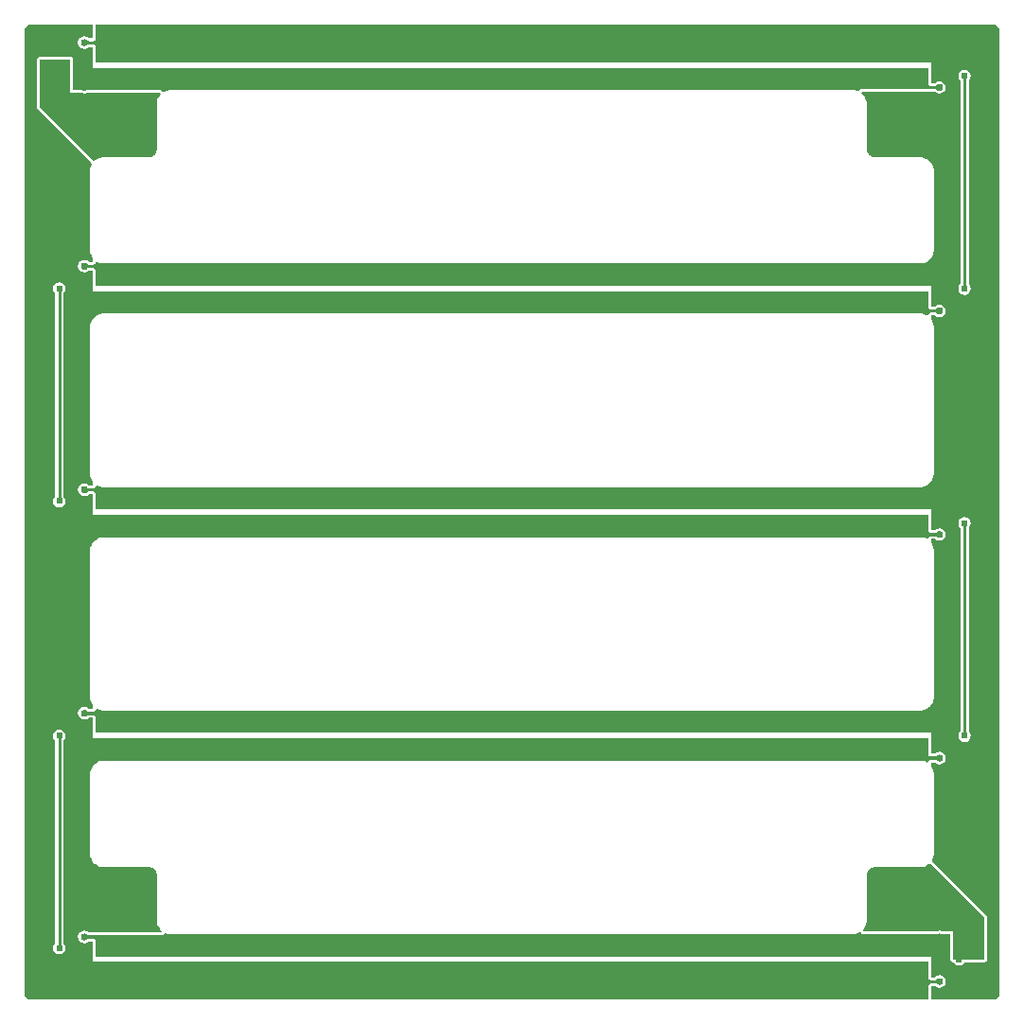
<source format=gbl>
G04*
G04 #@! TF.GenerationSoftware,Altium Limited,Altium Designer,18.1.7 (191)*
G04*
G04 Layer_Physical_Order=2*
G04 Layer_Color=16711680*
%FSLAX25Y25*%
%MOIN*%
G70*
G01*
G75*
%ADD18C,0.01000*%
%ADD19R,0.19685X0.19685*%
%ADD20C,0.02400*%
G36*
X27559Y368549D02*
X49213D01*
Y363734D01*
X47884D01*
X47846Y363791D01*
X47118Y364277D01*
X46260Y364448D01*
X45401Y364277D01*
X44674Y363791D01*
X44188Y363063D01*
X44017Y362205D01*
X44188Y361346D01*
X44674Y360619D01*
X45401Y360132D01*
X46260Y359962D01*
X47118Y360132D01*
X47846Y360619D01*
X47884Y360675D01*
X49213D01*
Y353346D01*
X343469D01*
Y347986D01*
X343546Y347596D01*
X343767Y347265D01*
X344098Y347044D01*
X344488Y346967D01*
X345817D01*
X345915Y346986D01*
X346016D01*
X346109Y347024D01*
X346207Y347044D01*
X346291Y347100D01*
X346383Y347138D01*
X346454Y347209D01*
X346538Y347265D01*
X346547Y347279D01*
X346980Y347569D01*
X347441Y347660D01*
X347902Y347569D01*
X348292Y347308D01*
X348425Y347108D01*
Y345805D01*
X348292Y345606D01*
X347902Y345345D01*
X347441Y345253D01*
X346980Y345345D01*
X346547Y345634D01*
X346538Y345648D01*
X346454Y345704D01*
X346383Y345775D01*
X346291Y345813D01*
X346207Y345869D01*
X346109Y345889D01*
X346016Y345927D01*
X345915D01*
X345817Y345947D01*
X320149D01*
X320121Y345941D01*
X320092Y345945D01*
X319926Y345903D01*
X319758Y345869D01*
X319735Y345853D01*
X319707Y345846D01*
X319570Y345743D01*
X319428Y345648D01*
X319412Y345624D01*
X319389Y345607D01*
X319302Y345460D01*
X319207Y345318D01*
X318761Y345132D01*
X318414Y345276D01*
X318316Y345296D01*
X318223Y345334D01*
X317447Y345488D01*
X317347D01*
X317249Y345508D01*
X316854Y345508D01*
X316853Y345508D01*
X76772Y345508D01*
X76384Y345508D01*
X76285Y345488D01*
X76185D01*
X75424Y345337D01*
X75332Y345299D01*
X75233Y345279D01*
X74517Y344982D01*
X74450Y344938D01*
X74428Y344926D01*
X73934Y344878D01*
X73713Y345209D01*
X73382Y345430D01*
X72992Y345508D01*
X47274Y345508D01*
X47175Y345488D01*
X47075D01*
X46982Y345450D01*
X46883Y345430D01*
X46800Y345374D01*
X46736Y345348D01*
X46260Y345253D01*
X45784Y345348D01*
X45720Y345374D01*
X45636Y345430D01*
X45538Y345450D01*
X45445Y345488D01*
X45344D01*
X45246Y345508D01*
X42358D01*
Y356299D01*
X42281Y356689D01*
X42059Y357020D01*
X41729Y357241D01*
X41339Y357319D01*
X30512D01*
X30122Y357241D01*
X29791Y357020D01*
X29570Y356689D01*
X29492Y356299D01*
Y339567D01*
X29570Y339177D01*
X29791Y338846D01*
X48674Y319963D01*
X48816Y319430D01*
X48813Y319360D01*
X48798Y319324D01*
X48774Y319268D01*
X48719Y319184D01*
X48422Y318468D01*
X48402Y318369D01*
X48364Y318276D01*
X48213Y317516D01*
Y317415D01*
X48193Y317317D01*
X48193Y316929D01*
X48193Y316929D01*
X48193Y289370D01*
Y288982D01*
X48213Y288884D01*
Y288783D01*
X48364Y288023D01*
X48402Y287930D01*
X48422Y287831D01*
X48719Y287115D01*
X48774Y287032D01*
X48813Y286939D01*
X49213Y286341D01*
Y284994D01*
X47884D01*
X47846Y285051D01*
X47118Y285537D01*
X46260Y285708D01*
X45401Y285537D01*
X44674Y285051D01*
X44188Y284323D01*
X44017Y283465D01*
X44188Y282606D01*
X44674Y281878D01*
X45401Y281392D01*
X46260Y281222D01*
X47118Y281392D01*
X47846Y281878D01*
X47884Y281935D01*
X49213D01*
Y274606D01*
X343469D01*
Y269246D01*
X343546Y268856D01*
X343767Y268525D01*
X344098Y268304D01*
X344488Y268226D01*
X345817D01*
X345915Y268246D01*
X346016D01*
X346109Y268284D01*
X346207Y268304D01*
X346291Y268360D01*
X346383Y268398D01*
X346454Y268469D01*
X346538Y268525D01*
X346547Y268539D01*
X346980Y268829D01*
X347441Y268920D01*
X347902Y268829D01*
X348292Y268568D01*
X348425Y268368D01*
Y267065D01*
X348292Y266865D01*
X347902Y266605D01*
X347441Y266513D01*
X346980Y266605D01*
X346547Y266894D01*
X346538Y266908D01*
X346454Y266964D01*
X346383Y267035D01*
X346291Y267073D01*
X346207Y267129D01*
X346109Y267149D01*
X346016Y267187D01*
X345915D01*
X345817Y267207D01*
X344488D01*
X344098Y267129D01*
X343767Y266908D01*
X343546Y266577D01*
X343504Y266365D01*
X343017Y266089D01*
X342943Y266139D01*
X342850Y266178D01*
X342766Y266233D01*
X342036Y266536D01*
X341938Y266555D01*
X341845Y266594D01*
X341070Y266748D01*
X340969D01*
X340871Y266768D01*
X340476Y266768D01*
X340476Y266768D01*
X53150Y266768D01*
X52762Y266768D01*
X52663Y266748D01*
X52563D01*
X51802Y266597D01*
X51710Y266558D01*
X51611Y266539D01*
X50894Y266242D01*
X50811Y266186D01*
X50718Y266148D01*
X50073Y265717D01*
X50002Y265646D01*
X49919Y265590D01*
X49371Y265042D01*
X49315Y264958D01*
X49244Y264887D01*
X48813Y264242D01*
X48774Y264149D01*
X48719Y264066D01*
X48422Y263350D01*
X48402Y263251D01*
X48364Y263158D01*
X48213Y262398D01*
Y262297D01*
X48193Y262199D01*
X48193Y261811D01*
X48193Y210630D01*
Y210242D01*
X48213Y210144D01*
Y210043D01*
X48364Y209283D01*
X48402Y209190D01*
X48422Y209091D01*
X48719Y208375D01*
X48774Y208291D01*
X48813Y208199D01*
X49213Y207600D01*
Y206254D01*
X47884D01*
X47846Y206311D01*
X47118Y206797D01*
X46260Y206967D01*
X45401Y206797D01*
X44674Y206311D01*
X44188Y205583D01*
X44017Y204724D01*
X44188Y203866D01*
X44674Y203138D01*
X45401Y202652D01*
X46260Y202481D01*
X47118Y202652D01*
X47846Y203138D01*
X47884Y203195D01*
X49213D01*
Y195866D01*
X343469D01*
Y190506D01*
X343546Y190116D01*
X343767Y189785D01*
X344098Y189564D01*
X344488Y189486D01*
X345817D01*
X345915Y189506D01*
X346016D01*
X346109Y189544D01*
X346207Y189564D01*
X346291Y189620D01*
X346383Y189658D01*
X346454Y189729D01*
X346538Y189785D01*
X346547Y189799D01*
X346980Y190088D01*
X347441Y190180D01*
X347902Y190088D01*
X348292Y189827D01*
X348425Y189628D01*
Y188325D01*
X348292Y188125D01*
X347902Y187864D01*
X347441Y187773D01*
X346980Y187864D01*
X346547Y188154D01*
X346538Y188168D01*
X346454Y188224D01*
X346383Y188295D01*
X346291Y188333D01*
X346207Y188389D01*
X346109Y188409D01*
X346016Y188447D01*
X345915D01*
X345817Y188467D01*
X344488D01*
X344098Y188389D01*
X343767Y188168D01*
X343546Y187837D01*
X343510Y187656D01*
X343009Y187390D01*
X342982Y187408D01*
X342890Y187446D01*
X342806Y187502D01*
X342090Y187799D01*
X341991Y187818D01*
X341898Y187856D01*
X341138Y188008D01*
X341037Y188008D01*
X340939Y188027D01*
X340552Y188027D01*
X340551Y188027D01*
X53150Y188027D01*
X52762Y188027D01*
X52663Y188008D01*
X52563D01*
X51802Y187856D01*
X51710Y187818D01*
X51611Y187799D01*
X50894Y187502D01*
X50811Y187446D01*
X50718Y187408D01*
X50073Y186977D01*
X50002Y186906D01*
X49919Y186850D01*
X49371Y186302D01*
X49315Y186218D01*
X49244Y186147D01*
X48813Y185502D01*
X48774Y185409D01*
D01*
X48719Y185326D01*
X48422Y184609D01*
X48402Y184511D01*
X48364Y184418D01*
X48213Y183658D01*
Y183557D01*
X48193Y183459D01*
X48193Y183071D01*
Y131890D01*
X48193Y131502D01*
X48213Y131404D01*
Y131303D01*
X48364Y130543D01*
X48402Y130450D01*
X48422Y130351D01*
X48719Y129635D01*
X48774Y129551D01*
X48813Y129458D01*
X49213Y128860D01*
Y127514D01*
X47884D01*
X47846Y127570D01*
X47118Y128057D01*
X46260Y128227D01*
X45401Y128057D01*
X44674Y127570D01*
X44188Y126843D01*
X44017Y125984D01*
X44188Y125126D01*
X44674Y124398D01*
X45401Y123912D01*
X46260Y123741D01*
X47118Y123912D01*
X47846Y124398D01*
X47884Y124455D01*
X49213D01*
Y117126D01*
X343469D01*
Y111766D01*
X343546Y111375D01*
X343767Y111045D01*
X344098Y110824D01*
X344488Y110746D01*
X345817D01*
X345915Y110766D01*
X346016D01*
X346109Y110804D01*
X346207Y110824D01*
X346291Y110879D01*
X346383Y110918D01*
X346454Y110989D01*
X346538Y111045D01*
X346547Y111059D01*
X346980Y111348D01*
X347441Y111440D01*
X347902Y111348D01*
X348292Y111087D01*
X348425Y110888D01*
Y109585D01*
X348292Y109385D01*
X347902Y109124D01*
X347441Y109033D01*
X346980Y109124D01*
X346547Y109414D01*
X346538Y109428D01*
X346454Y109484D01*
X346383Y109555D01*
X346291Y109593D01*
X346207Y109649D01*
X346109Y109668D01*
X346016Y109707D01*
X345915D01*
X345817Y109726D01*
X344488D01*
X344098Y109649D01*
X343767Y109428D01*
X343546Y109097D01*
X343510Y108916D01*
X343009Y108650D01*
X342982Y108667D01*
X342890Y108706D01*
X342806Y108762D01*
X342090Y109058D01*
X341991Y109078D01*
X341898Y109116D01*
X341138Y109268D01*
X341037Y109268D01*
X340939Y109287D01*
X340552Y109287D01*
X340551Y109287D01*
X53150Y109287D01*
X52762D01*
X52663Y109268D01*
X52563D01*
X51802Y109116D01*
X51710Y109078D01*
X51611Y109058D01*
X50894Y108762D01*
X50811Y108706D01*
X50718Y108667D01*
X50073Y108237D01*
X50002Y108166D01*
X49919Y108110D01*
X49371Y107561D01*
X49315Y107478D01*
X49244Y107407D01*
X49213Y107360D01*
D01*
X48813Y106762D01*
X48774Y106669D01*
X48719Y106586D01*
D01*
X48600Y106299D01*
X48422Y105869D01*
X48402Y105771D01*
X48364Y105678D01*
X48213Y104917D01*
Y104817D01*
X48193Y104718D01*
Y104331D01*
Y76772D01*
Y76384D01*
X48213Y76285D01*
Y76185D01*
X48364Y75424D01*
X48402Y75332D01*
X48422Y75233D01*
X48719Y74517D01*
X48774Y74433D01*
X48813Y74340D01*
X49213Y73742D01*
D01*
X49244Y73695D01*
X49315Y73624D01*
X49371Y73541D01*
X49919Y72993D01*
X50002Y72937D01*
X50073Y72866D01*
X50718Y72435D01*
X50811Y72396D01*
X50894Y72341D01*
X51611Y72044D01*
X51710Y72024D01*
X51802Y71986D01*
X52563Y71835D01*
X52663D01*
X52762Y71815D01*
X68873Y71815D01*
X69158Y71801D01*
X69743Y71685D01*
X70271Y71466D01*
X70745Y71149D01*
X71149Y70745D01*
X71466Y70271D01*
X71685Y69743D01*
X71801Y69158D01*
X71815Y68872D01*
X71815Y53150D01*
X71815Y52762D01*
X71835Y52663D01*
Y52563D01*
X71986Y51802D01*
X72024Y51710D01*
X72044Y51611D01*
X72341Y50894D01*
X72396Y50811D01*
X72435Y50718D01*
X72866Y50073D01*
X72937Y50002D01*
X72993Y49919D01*
X73541Y49371D01*
X73624Y49315D01*
X73666Y49273D01*
X73655Y49147D01*
X73499Y48774D01*
X47884D01*
X47846Y48830D01*
X47118Y49316D01*
X46260Y49487D01*
X45401Y49316D01*
X44674Y48830D01*
X44188Y48103D01*
X44017Y47244D01*
X44188Y46386D01*
X44674Y45658D01*
X45401Y45172D01*
X46260Y45001D01*
X47118Y45172D01*
X47846Y45658D01*
X47884Y45715D01*
X49213D01*
Y38386D01*
X343469D01*
Y33026D01*
X343546Y32635D01*
X343767Y32304D01*
X344098Y32083D01*
X344488Y32006D01*
X345817D01*
X345915Y32026D01*
X346016D01*
X346109Y32064D01*
X346207Y32083D01*
X346291Y32139D01*
X346383Y32178D01*
X346454Y32249D01*
X346538Y32304D01*
X346547Y32319D01*
X346980Y32608D01*
X347441Y32700D01*
X347902Y32608D01*
X348292Y32347D01*
X348425Y32148D01*
X348425Y30844D01*
X348292Y30645D01*
X347902Y30384D01*
X347441Y30292D01*
X346980Y30384D01*
X346547Y30674D01*
X346538Y30688D01*
X346454Y30743D01*
X346383Y30814D01*
X346291Y30853D01*
X346207Y30909D01*
X346109Y30928D01*
X346016Y30967D01*
X345915D01*
X345817Y30986D01*
X344488D01*
X344098Y30909D01*
X343767Y30688D01*
X343546Y30357D01*
X343469Y29967D01*
Y25151D01*
X27559D01*
X27493Y25138D01*
X26628Y25311D01*
X25838Y25838D01*
X25311Y26628D01*
X25138Y27493D01*
X25152Y27559D01*
X25151Y365642D01*
X25152Y366142D01*
X25219Y366614D01*
X25311Y367073D01*
X25838Y367863D01*
X26628Y368390D01*
X27493Y368562D01*
X27559Y368549D01*
D02*
G37*
G36*
X367073Y368390D02*
X367863Y367863D01*
X368390Y367073D01*
X368562Y366208D01*
X368549Y366142D01*
X368549Y28054D01*
X368549Y27559D01*
X368482Y27087D01*
X368390Y26628D01*
X367863Y25838D01*
X367073Y25311D01*
X366208Y25138D01*
X366142Y25151D01*
X344488D01*
Y29967D01*
X345817D01*
X345855Y29910D01*
X346583Y29424D01*
X347441Y29253D01*
X348299Y29424D01*
X349027Y29910D01*
X349513Y30638D01*
X349684Y31496D01*
X349513Y32355D01*
X349027Y33082D01*
X348299Y33568D01*
X347441Y33739D01*
X346583Y33568D01*
X345855Y33082D01*
X345817Y33026D01*
X344488D01*
Y40354D01*
X50232D01*
Y45715D01*
X50155Y46105D01*
X49933Y46436D01*
X49603Y46657D01*
X49213Y46734D01*
X47884D01*
X47785Y46715D01*
X47685D01*
X47592Y46676D01*
X47494Y46657D01*
X47410Y46601D01*
X47317Y46562D01*
X47246Y46491D01*
X47163Y46436D01*
X47153Y46422D01*
X46720Y46132D01*
X46260Y46041D01*
X45799Y46132D01*
X45409Y46393D01*
X45276Y46593D01*
Y47896D01*
X45409Y48095D01*
X45799Y48356D01*
X46260Y48448D01*
X46720Y48356D01*
X47153Y48067D01*
X47163Y48052D01*
X47246Y47997D01*
X47317Y47926D01*
X47410Y47887D01*
X47494Y47831D01*
X47592Y47812D01*
X47685Y47774D01*
X47785D01*
X47884Y47754D01*
X73499D01*
X73691Y47792D01*
X73887Y47831D01*
X73888Y47831D01*
X73889Y47831D01*
X74053Y47941D01*
X74218Y48051D01*
X74219Y48052D01*
X74220Y48052D01*
X74330Y48217D01*
X74440Y48381D01*
X74572Y48696D01*
X75233Y48422D01*
X75332Y48402D01*
X75424Y48364D01*
X76185Y48213D01*
X76285D01*
X76384Y48193D01*
X76772Y48193D01*
X76772Y48193D01*
X316929Y48193D01*
X317317D01*
X317415Y48213D01*
X317516D01*
X318276Y48364D01*
X318369Y48402D01*
X318468Y48422D01*
X319184Y48719D01*
X319250Y48763D01*
X319273Y48775D01*
X319767Y48822D01*
X319988Y48492D01*
X320319Y48271D01*
X320709Y48193D01*
X346427Y48193D01*
X346526Y48213D01*
X346626D01*
X346719Y48251D01*
X346817Y48271D01*
X346817Y48271D01*
X346901Y48326D01*
X346965Y48353D01*
X347441Y48448D01*
X347917Y48353D01*
X347981Y48326D01*
X348065Y48271D01*
X348163Y48251D01*
X348256Y48213D01*
X348356D01*
X348455Y48193D01*
X351343D01*
Y39370D01*
X351420Y38980D01*
X351641Y38649D01*
X351972Y38428D01*
X352362Y38350D01*
X352366D01*
X352745Y37784D01*
X353472Y37298D01*
X354331Y37127D01*
X355189Y37298D01*
X355917Y37784D01*
X356295Y38350D01*
X363189D01*
X363579Y38428D01*
X363910Y38649D01*
X364131Y38980D01*
X364209Y39370D01*
Y54134D01*
X364131Y54524D01*
X363910Y54855D01*
X344777Y73988D01*
X344691Y74045D01*
X344888Y74340D01*
X344926Y74433D01*
X344982Y74516D01*
X345279Y75233D01*
X345298Y75331D01*
X345337Y75424D01*
X345488Y76185D01*
Y76285D01*
X345508Y76384D01*
X345508Y76771D01*
X345508Y76772D01*
X345508Y104331D01*
X345508Y104718D01*
X345488Y104817D01*
Y104917D01*
X345337Y105678D01*
X345299Y105771D01*
X345279Y105869D01*
X344982Y106586D01*
X344926Y106669D01*
X344888Y106762D01*
X344488Y107360D01*
Y108707D01*
X345817D01*
X345855Y108650D01*
X346583Y108164D01*
X347441Y107993D01*
X348299Y108164D01*
X349027Y108650D01*
X349513Y109378D01*
X349684Y110236D01*
X349513Y111095D01*
X349027Y111822D01*
X348299Y112309D01*
X347441Y112479D01*
X346583Y112309D01*
X345855Y111822D01*
X345817Y111766D01*
X344488D01*
Y119102D01*
X50232D01*
Y124455D01*
X50155Y124845D01*
X49933Y125176D01*
X49603Y125397D01*
X49213Y125475D01*
X47884D01*
X47785Y125455D01*
X47685D01*
X47592Y125416D01*
X47494Y125397D01*
X47410Y125341D01*
X47317Y125303D01*
X47246Y125232D01*
X47163Y125176D01*
X47153Y125162D01*
X46720Y124872D01*
X46260Y124781D01*
X45799Y124872D01*
X45409Y125133D01*
X45276Y125333D01*
Y126636D01*
X45409Y126835D01*
X45799Y127096D01*
X46260Y127188D01*
X46720Y127096D01*
X47153Y126807D01*
X47163Y126793D01*
X47246Y126737D01*
X47317Y126666D01*
X47410Y126627D01*
X47494Y126572D01*
X47592Y126552D01*
X47685Y126514D01*
X47785D01*
X47884Y126494D01*
X49213D01*
X49603Y126572D01*
X49933Y126793D01*
X50155Y127123D01*
X50191Y127304D01*
X50692Y127571D01*
X50718Y127553D01*
X50811Y127515D01*
X50894Y127459D01*
X51611Y127162D01*
X51710Y127143D01*
X51802Y127104D01*
X52563Y126953D01*
X52663D01*
X52762Y126933D01*
X53150Y126933D01*
X340476Y126933D01*
X340871D01*
X340969Y126953D01*
X341070D01*
X341845Y127107D01*
X341938Y127145D01*
X342036Y127165D01*
X342766Y127468D01*
X342850Y127523D01*
X342943Y127562D01*
X343600Y128001D01*
X343671Y128072D01*
X343754Y128128D01*
X344313Y128686D01*
X344369Y128770D01*
X344440Y128841D01*
X344879Y129498D01*
X344918Y129591D01*
X344973Y129674D01*
X345079Y129929D01*
X345276Y130405D01*
X345296Y130503D01*
X345334Y130596D01*
X345488Y131371D01*
Y131472D01*
X345508Y131570D01*
Y131965D01*
X345508Y131965D01*
X345508Y183071D01*
X345508Y183459D01*
X345488Y183557D01*
Y183658D01*
X345337Y184418D01*
X345299Y184511D01*
X345279Y184609D01*
X344982Y185326D01*
X344926Y185409D01*
X344888Y185502D01*
X344488Y186100D01*
Y187447D01*
X345817D01*
X345855Y187390D01*
X346583Y186904D01*
X347441Y186733D01*
X348299Y186904D01*
X349027Y187390D01*
X349513Y188118D01*
X349684Y188976D01*
X349513Y189835D01*
X349027Y190562D01*
X348299Y191049D01*
X347441Y191219D01*
X346583Y191049D01*
X345855Y190562D01*
X345817Y190506D01*
X344488D01*
Y197843D01*
X50232D01*
Y203195D01*
X50155Y203585D01*
X49933Y203916D01*
X49603Y204137D01*
X49213Y204215D01*
X47884D01*
X47785Y204195D01*
X47685D01*
X47592Y204157D01*
X47494Y204137D01*
X47410Y204081D01*
X47317Y204043D01*
X47246Y203972D01*
X47163Y203916D01*
X47153Y203902D01*
X46720Y203612D01*
X46260Y203521D01*
X45799Y203612D01*
X45409Y203873D01*
X45276Y204073D01*
Y205376D01*
X45409Y205575D01*
X45799Y205836D01*
X46260Y205928D01*
X46720Y205836D01*
X47153Y205547D01*
X47163Y205533D01*
X47246Y205477D01*
X47317Y205406D01*
X47410Y205368D01*
X47494Y205312D01*
X47592Y205292D01*
X47685Y205254D01*
X47785D01*
X47884Y205234D01*
X49213D01*
X49603Y205312D01*
X49933Y205533D01*
X50155Y205864D01*
X50191Y206045D01*
X50692Y206311D01*
X50718Y206293D01*
X50811Y206255D01*
X50894Y206199D01*
X51611Y205902D01*
X51710Y205883D01*
X51802Y205844D01*
X52563Y205693D01*
X52663D01*
X52762Y205673D01*
X53149Y205673D01*
X53150Y205673D01*
X340397Y205673D01*
X340800Y205673D01*
X340898Y205693D01*
X340999D01*
X341789Y205850D01*
X341882Y205889D01*
X341981Y205908D01*
X342725Y206217D01*
X342809Y206272D01*
X342901Y206311D01*
X343571Y206758D01*
X343642Y206830D01*
X343726Y206885D01*
X344296Y207455D01*
X344352Y207539D01*
X344423Y207610D01*
X344488Y207708D01*
D01*
X344870Y208280D01*
X344909Y208373D01*
X344965Y208456D01*
X345273Y209201D01*
X345292Y209299D01*
X345331Y209392D01*
X345488Y210182D01*
Y210283D01*
X345508Y210381D01*
X345508Y210784D01*
X345508Y210784D01*
X345508Y261735D01*
X345508Y262130D01*
X345488Y262229D01*
Y262330D01*
X345334Y263105D01*
X345296Y263197D01*
X345276Y263296D01*
X344973Y264026D01*
X344918Y264110D01*
X344879Y264202D01*
X344488Y264788D01*
Y266187D01*
X345817D01*
X345855Y266130D01*
X346583Y265644D01*
X347441Y265473D01*
X348299Y265644D01*
X349027Y266130D01*
X349513Y266858D01*
X349684Y267717D01*
X349513Y268575D01*
X349027Y269303D01*
X348299Y269789D01*
X347441Y269960D01*
X346583Y269789D01*
X345855Y269303D01*
X345817Y269246D01*
X344488D01*
Y276583D01*
X50232D01*
Y281935D01*
X50155Y282325D01*
X49933Y282656D01*
X49603Y282877D01*
X49213Y282955D01*
X47884D01*
X47785Y282935D01*
X47685D01*
X47592Y282897D01*
X47494Y282877D01*
X47410Y282821D01*
X47317Y282783D01*
X47246Y282712D01*
X47163Y282656D01*
X47153Y282642D01*
X46720Y282353D01*
X46260Y282261D01*
X45799Y282353D01*
X45409Y282613D01*
X45276Y282813D01*
Y284116D01*
X45409Y284316D01*
X45799Y284577D01*
X46260Y284668D01*
X46720Y284577D01*
X47153Y284287D01*
X47163Y284273D01*
X47246Y284217D01*
X47317Y284146D01*
X47410Y284108D01*
X47494Y284052D01*
X47592Y284032D01*
X47685Y283994D01*
X47785D01*
X47884Y283974D01*
X49213D01*
X49603Y284052D01*
X49933Y284273D01*
X50155Y284604D01*
X50191Y284785D01*
X50692Y285051D01*
X50718Y285033D01*
X50811Y284995D01*
X50894Y284939D01*
X51611Y284642D01*
X51710Y284623D01*
X51802Y284584D01*
X52563Y284433D01*
X52663D01*
X52762Y284413D01*
X53150D01*
X340598Y284414D01*
X340982D01*
X341080Y284433D01*
X341180D01*
X341932Y284582D01*
X342025Y284621D01*
X342123Y284641D01*
X342831Y284934D01*
X342915Y284990D01*
X343007Y285028D01*
X343644Y285454D01*
X343715Y285525D01*
X343799Y285580D01*
X344341Y286122D01*
X344396Y286206D01*
X344467Y286277D01*
X344893Y286914D01*
X344932Y287007D01*
X344987Y287090D01*
X345120Y287409D01*
X345281Y287798D01*
X345300Y287896D01*
X345339Y287989D01*
X345488Y288741D01*
Y288841D01*
X345508Y288940D01*
Y289322D01*
X345508Y289323D01*
X345508Y316853D01*
X345508Y317249D01*
X345488Y317347D01*
Y317447D01*
X345334Y318223D01*
X345296Y318316D01*
X345276Y318414D01*
X344973Y319144D01*
X344918Y319228D01*
X344879Y319321D01*
X344488Y319906D01*
D01*
X344440Y319978D01*
X344369Y320049D01*
X344313Y320132D01*
X343754Y320691D01*
X343671Y320747D01*
X343600Y320818D01*
X342943Y321257D01*
X342850Y321296D01*
X342766Y321351D01*
X342036Y321654D01*
X341938Y321673D01*
X341845Y321712D01*
X341070Y321866D01*
X340969Y321866D01*
X340871Y321886D01*
X340476Y321886D01*
X340476Y321886D01*
X324828Y321886D01*
X324542Y321900D01*
X323958Y322016D01*
X323430Y322235D01*
X322955Y322552D01*
X322552Y322955D01*
X322235Y323430D01*
X322016Y323958D01*
X321900Y324542D01*
X321886Y324828D01*
X321886Y340475D01*
X321886Y340871D01*
X321866Y340969D01*
Y341070D01*
X321712Y341845D01*
X321673Y341938D01*
X321654Y342036D01*
X321351Y342766D01*
X321296Y342850D01*
X321257Y342943D01*
X320818Y343600D01*
X320747Y343671D01*
X320691Y343754D01*
X320132Y344313D01*
X320049Y344369D01*
X319991Y344427D01*
X319993Y344482D01*
X320149Y344927D01*
X345817D01*
X345855Y344871D01*
X346583Y344384D01*
X347441Y344214D01*
X348299Y344384D01*
X349027Y344871D01*
X349513Y345598D01*
X349684Y346457D01*
X349513Y347315D01*
X349027Y348043D01*
X348299Y348529D01*
X347441Y348700D01*
X346583Y348529D01*
X345855Y348043D01*
X345817Y347986D01*
X344488D01*
Y355315D01*
X50232D01*
Y360675D01*
X50155Y361066D01*
X49933Y361396D01*
X49603Y361617D01*
X49213Y361695D01*
X47884D01*
X47785Y361675D01*
X47685D01*
X47592Y361637D01*
X47494Y361617D01*
X47410Y361561D01*
X47317Y361523D01*
X47246Y361452D01*
X47163Y361396D01*
X47153Y361382D01*
X46720Y361093D01*
X46260Y361001D01*
X45799Y361093D01*
X45409Y361354D01*
X45276Y361553D01*
X45276Y362856D01*
X45409Y363056D01*
X45799Y363317D01*
X46260Y363408D01*
X46720Y363317D01*
X47153Y363027D01*
X47163Y363013D01*
X47246Y362957D01*
X47317Y362886D01*
X47410Y362848D01*
X47494Y362792D01*
X47592Y362772D01*
X47685Y362734D01*
X47785D01*
X47884Y362715D01*
X49213D01*
X49603Y362792D01*
X49933Y363013D01*
X50155Y363344D01*
X50232Y363734D01*
Y368549D01*
X366142D01*
X366208Y368562D01*
X367073Y368390D01*
D02*
G37*
G36*
X41339Y344488D02*
X45246D01*
X45401Y344384D01*
X46260Y344214D01*
X47118Y344384D01*
X47274Y344488D01*
X72992Y344488D01*
X73199Y343988D01*
X72993Y343782D01*
X72937Y343698D01*
X72866Y343627D01*
X72435Y342983D01*
X72396Y342890D01*
X72341Y342806D01*
X72044Y342090D01*
X72024Y341991D01*
X71986Y341898D01*
X71835Y341138D01*
Y341037D01*
X71815Y340939D01*
X71815Y340551D01*
X71815Y340551D01*
X71815Y324828D01*
X71801Y324542D01*
X71685Y323958D01*
X71466Y323430D01*
X71149Y322955D01*
X70745Y322552D01*
X70271Y322235D01*
X69743Y322016D01*
X69158Y321900D01*
X68873Y321886D01*
X53150Y321886D01*
X52762Y321886D01*
X52663Y321866D01*
X52563D01*
X51802Y321715D01*
X51710Y321676D01*
X51611Y321657D01*
X50894Y321360D01*
X50811Y321304D01*
X50718Y321266D01*
X50073Y320835D01*
X50006Y320768D01*
X50000Y320762D01*
X49919Y320708D01*
X49895Y320684D01*
X49395Y320684D01*
X30512Y339567D01*
Y356299D01*
X41339D01*
Y344488D01*
D02*
G37*
G36*
X363189Y54134D02*
Y39370D01*
X352362D01*
Y49213D01*
X348455D01*
X348299Y49316D01*
X347441Y49487D01*
X346583Y49316D01*
X346427Y49213D01*
X320709Y49213D01*
X320502Y49713D01*
X320708Y49919D01*
X320764Y50002D01*
X320835Y50073D01*
X321266Y50718D01*
X321304Y50811D01*
X321360Y50894D01*
X321657Y51611D01*
X321676Y51709D01*
X321715Y51802D01*
X321866Y52563D01*
Y52663D01*
X321886Y52762D01*
Y53149D01*
X321886Y53150D01*
X321886Y68873D01*
X321900Y69158D01*
X322016Y69743D01*
X322235Y70271D01*
X322552Y70745D01*
X322955Y71149D01*
X323430Y71466D01*
X323958Y71685D01*
X324542Y71801D01*
X324831Y71815D01*
X340939Y71815D01*
X341037Y71835D01*
X341138D01*
X341898Y71986D01*
X341991Y72024D01*
X342090Y72044D01*
X342806Y72341D01*
X342890Y72396D01*
X342983Y72435D01*
X343627Y72866D01*
X343698Y72937D01*
X343782Y72993D01*
X344056Y73267D01*
X363189Y54134D01*
D02*
G37*
%LPC*%
G36*
X37402Y277834D02*
X36543Y277663D01*
X35816Y277177D01*
X35329Y276449D01*
X35159Y275590D01*
X35329Y274732D01*
X35816Y274004D01*
X35872Y273967D01*
Y202411D01*
X35816Y202374D01*
X35329Y201646D01*
X35159Y200787D01*
X35329Y199929D01*
X35816Y199201D01*
X36543Y198715D01*
X37402Y198544D01*
X38260Y198715D01*
X38988Y199201D01*
X39474Y199929D01*
X39645Y200787D01*
X39474Y201646D01*
X38988Y202374D01*
X38931Y202411D01*
Y273967D01*
X38988Y274004D01*
X39474Y274732D01*
X39645Y275590D01*
X39474Y276449D01*
X38988Y277177D01*
X38260Y277663D01*
X37402Y277834D01*
D02*
G37*
G36*
Y120353D02*
X36543Y120183D01*
X35816Y119696D01*
X35329Y118969D01*
X35159Y118110D01*
X35329Y117252D01*
X35816Y116524D01*
X35872Y116486D01*
Y44931D01*
X35816Y44893D01*
X35329Y44166D01*
X35159Y43307D01*
X35329Y42449D01*
X35816Y41721D01*
X36543Y41235D01*
X37402Y41064D01*
X38260Y41235D01*
X38988Y41721D01*
X39474Y42449D01*
X39645Y43307D01*
X39474Y44166D01*
X38988Y44893D01*
X38931Y44931D01*
Y116486D01*
X38988Y116524D01*
X39474Y117252D01*
X39645Y118110D01*
X39474Y118969D01*
X38988Y119696D01*
X38260Y120183D01*
X37402Y120353D01*
D02*
G37*
G36*
X356299Y352637D02*
X355441Y352466D01*
X354713Y351980D01*
X354227Y351252D01*
X354056Y350394D01*
X354227Y349535D01*
X354713Y348808D01*
X354770Y348770D01*
Y277215D01*
X354713Y277177D01*
X354227Y276449D01*
X354056Y275590D01*
X354227Y274732D01*
X354713Y274004D01*
X355441Y273518D01*
X356299Y273347D01*
X357158Y273518D01*
X357885Y274004D01*
X358372Y274732D01*
X358542Y275590D01*
X358372Y276449D01*
X357885Y277177D01*
X357829Y277215D01*
Y348770D01*
X357885Y348808D01*
X358372Y349535D01*
X358542Y350394D01*
X358372Y351252D01*
X357885Y351980D01*
X357158Y352466D01*
X356299Y352637D01*
D02*
G37*
G36*
Y195157D02*
X355441Y194986D01*
X354713Y194500D01*
X354227Y193772D01*
X354056Y192913D01*
X354227Y192055D01*
X354713Y191327D01*
X354770Y191289D01*
Y119734D01*
X354713Y119696D01*
X354227Y118969D01*
X354056Y118110D01*
X354227Y117252D01*
X354713Y116524D01*
X355441Y116038D01*
X356299Y115867D01*
X357158Y116038D01*
X357885Y116524D01*
X358372Y117252D01*
X358542Y118110D01*
X358372Y118969D01*
X357885Y119696D01*
X357829Y119734D01*
Y191289D01*
X357885Y191327D01*
X358372Y192055D01*
X358542Y192913D01*
X358372Y193772D01*
X357885Y194500D01*
X357158Y194986D01*
X356299Y195157D01*
D02*
G37*
%LPD*%
D18*
X208405Y362205D02*
X282480D01*
X287146D02*
X342776D01*
X287146D02*
X290839D01*
X282480D02*
X287146D01*
X279528D02*
X282480D01*
X32480Y31496D02*
X50925D01*
X27559Y267717D02*
Y346457D01*
X287146Y283465D02*
X342776D01*
X366142Y204724D02*
Y362205D01*
X361221Y283465D02*
X366142D01*
X27559Y188976D02*
X27559Y267717D01*
X32480D01*
X361221Y204724D02*
X366142D01*
X27559Y110236D02*
X27559Y188976D01*
X32480D01*
X27559Y35925D02*
X27559Y110236D01*
X32480D01*
X27559Y31496D02*
Y35925D01*
X366142Y47244D02*
Y125984D01*
X27559Y31496D02*
X32480D01*
X203740Y357776D02*
Y362205D01*
X208405D01*
X212598Y358012D01*
X208405Y346457D02*
X268701D01*
X189961D02*
X208405D01*
X212598Y350650D01*
X287146Y346457D02*
X342776D01*
X347441D01*
X338583Y350650D02*
X342776Y346457D01*
X342776Y362205D02*
X347441D01*
X338583Y358012D02*
X342776Y362205D01*
X129665D02*
X203740D01*
X287146D02*
X291339Y358012D01*
X268701Y346457D02*
X287146D01*
X291339Y350650D01*
X129665Y346457D02*
X189961D01*
X111221D02*
X129665D01*
X133858Y350650D01*
X125000Y362205D02*
X129665D01*
X133858Y358012D01*
X50925Y362205D02*
X125000D01*
X46260D02*
X50925D01*
X55118Y358012D01*
X50925Y346457D02*
X111221D01*
X46260D02*
X50925D01*
X55118Y350650D01*
X50925Y267717D02*
X111221D01*
X46260D02*
X50925D01*
X55118Y271909D01*
X50925Y283465D02*
X125000D01*
X46260D02*
X50925D01*
X55118Y279272D01*
X129665Y267717D02*
X189961D01*
X111221D02*
X129665D01*
X133858Y271909D01*
X125000Y279035D02*
Y283465D01*
X129665D02*
X203740D01*
X125000D02*
X129665D01*
X133858Y279272D01*
X208405Y267717D02*
X268701D01*
X189961D02*
X208405D01*
X212598Y271909D01*
X208405Y283465D02*
X282480D01*
X203740D02*
X208405D01*
X212598Y279272D01*
X287146Y267717D02*
X342776D01*
X268701D02*
X287146D01*
X291339Y271909D01*
X282480Y283465D02*
X287146D01*
X291339Y279272D01*
X347441Y362205D02*
X361221D01*
X342776Y47244D02*
X347441D01*
X342776Y267717D02*
X347441D01*
X338583Y271909D02*
X342776Y267717D01*
X342776Y283465D02*
X347441D01*
X338583Y279272D02*
X342776Y283465D01*
X342776Y188976D02*
X347441D01*
X287146D02*
X342776D01*
X338583Y193169D02*
X342776Y188976D01*
X342776Y204724D02*
X347441D01*
X287146D02*
X342776D01*
X338583Y200532D02*
X342776Y204724D01*
X268701Y188976D02*
X287146D01*
X291339Y193169D01*
X347441Y204724D02*
X361221D01*
X282480D02*
X287146D01*
X291339Y200532D01*
X208405Y188976D02*
X268701D01*
X189961D02*
X208405D01*
X212598Y193169D01*
X208405Y204724D02*
X282480D01*
X203740D02*
X208405D01*
X212598Y200532D01*
X129665Y188976D02*
X189961D01*
X111221D02*
X129665D01*
X133858Y193169D01*
X125000Y200295D02*
Y204724D01*
X129665D02*
X203740D01*
X125000D02*
X129665D01*
X133858Y200532D01*
X50925Y204724D02*
X125000D01*
X46260D02*
X50925D01*
X55118Y200532D01*
X50925Y188976D02*
X111221D01*
X32480D02*
X46260D01*
X50925D01*
X55118Y193169D01*
X50925Y125984D02*
X125000D01*
X46260D02*
X50925D01*
X111221Y110236D02*
X129665D01*
X50925D02*
X111221D01*
X46260D02*
X50925D01*
X50925Y125984D02*
X55118Y121791D01*
X50925Y110236D02*
X55118Y114429D01*
X129665Y110236D02*
X189961D01*
X129665D02*
X133858Y114429D01*
X129665Y125984D02*
X203740D01*
X125000D02*
X129665D01*
X133858Y121791D01*
X203740Y121555D02*
Y125984D01*
X208405D02*
X282480D01*
X203740D02*
X208405D01*
X212598Y121791D01*
X208405Y110236D02*
X268701D01*
X189961D02*
X208405D01*
X212598Y114429D01*
X282480Y121555D02*
Y125984D01*
X287146D02*
X342520D01*
X282480D02*
X287146D01*
X291339Y121791D01*
X287146Y110236D02*
X342776D01*
X268701D02*
X287146D01*
X291339Y114429D01*
X342776Y110236D02*
X347441D01*
X338583Y114429D02*
X342776Y110236D01*
X342520Y125984D02*
X347441D01*
X342520Y125728D02*
Y125984D01*
X338583Y121791D02*
X342520Y125728D01*
X361221Y125984D02*
X366142D01*
X366142Y204724D01*
X342776Y31496D02*
X347441D01*
X287146D02*
X342776D01*
X338583Y35689D02*
X342776Y31496D01*
X287146Y47244D02*
X342776D01*
X338583Y43051D02*
X342776Y47244D01*
X282480D02*
X287146D01*
X291339Y43051D01*
X268701Y31496D02*
X287146D01*
X291339Y35689D01*
X203740Y42815D02*
Y47244D01*
X208405D02*
X282480D01*
X203740D02*
X208405D01*
X129665D02*
X203740D01*
X208405D02*
X212598Y43051D01*
X208405Y31496D02*
X268701D01*
X189961D02*
X208405D01*
X212598Y35689D01*
X129665Y31496D02*
X189961D01*
X111221D02*
X129665D01*
X133858Y35689D01*
X125000Y42815D02*
Y47244D01*
X129665D01*
X133858Y43051D01*
X50925Y47244D02*
X125000D01*
X46260D02*
X50925D01*
X55118Y43051D01*
X50925Y31496D02*
X111221D01*
X50925D02*
X55118Y35689D01*
X361221Y362205D02*
X366142D01*
X32480Y267717D02*
Y272146D01*
X361221Y279035D02*
Y283465D01*
X32480Y110236D02*
Y114665D01*
X361221Y121555D02*
Y125984D01*
X37402Y200787D02*
Y275590D01*
Y43307D02*
Y118110D01*
X356299D02*
Y192913D01*
X111221Y267717D02*
Y272146D01*
X268701Y31496D02*
Y35925D01*
X189961Y31496D02*
Y35925D01*
X111221Y31496D02*
Y35925D01*
X32480Y31496D02*
Y35925D01*
X282480Y42815D02*
Y47244D01*
X268701Y110236D02*
Y114665D01*
X189961Y110236D02*
Y114665D01*
X111221Y110236D02*
Y114665D01*
X125000Y121555D02*
Y125984D01*
X268701Y188976D02*
Y193405D01*
X189961Y188976D02*
Y193405D01*
X111221Y188976D02*
Y193405D01*
X32480Y188976D02*
Y193405D01*
X282480Y200295D02*
Y204724D01*
X203740Y200295D02*
Y204724D01*
X361221Y200295D02*
Y204724D01*
X356299Y275590D02*
Y350394D01*
X361221Y357776D02*
Y362205D01*
X189961Y267717D02*
Y272146D01*
X268701Y267717D02*
Y272146D01*
X203740Y279035D02*
Y283465D01*
X282480Y279035D02*
Y283465D01*
X125000Y357776D02*
Y362205D01*
X282480Y357776D02*
Y362205D01*
X111221Y346457D02*
Y350886D01*
X189961Y346457D02*
Y350886D01*
X268701Y346457D02*
Y350886D01*
D19*
X334646Y59055D02*
D03*
X59055D02*
D03*
X334646Y334646D02*
D03*
X59055D02*
D03*
D20*
X338583Y358012D02*
D03*
Y350650D02*
D03*
X291339D02*
D03*
Y358012D02*
D03*
X212598Y350650D02*
D03*
Y358012D02*
D03*
X133858Y350650D02*
D03*
Y358012D02*
D03*
X55118D02*
D03*
Y350650D02*
D03*
Y271909D02*
D03*
Y279272D02*
D03*
X133858D02*
D03*
Y271909D02*
D03*
X212598D02*
D03*
Y279272D02*
D03*
X291339D02*
D03*
Y271909D02*
D03*
X338583D02*
D03*
Y279272D02*
D03*
Y193169D02*
D03*
Y200532D02*
D03*
X291339Y193169D02*
D03*
Y200532D02*
D03*
X212598Y193169D02*
D03*
Y200532D02*
D03*
X133858Y193169D02*
D03*
Y200532D02*
D03*
X55118Y193169D02*
D03*
Y200532D02*
D03*
Y114429D02*
D03*
Y121791D02*
D03*
X133858Y114429D02*
D03*
Y121791D02*
D03*
X212598D02*
D03*
Y114429D02*
D03*
X291339Y121791D02*
D03*
Y114429D02*
D03*
X338583D02*
D03*
Y121791D02*
D03*
Y35689D02*
D03*
Y43051D02*
D03*
X291339Y35689D02*
D03*
Y43051D02*
D03*
X212598Y35689D02*
D03*
Y43051D02*
D03*
X133858Y35689D02*
D03*
Y43051D02*
D03*
X55118Y35689D02*
D03*
Y43051D02*
D03*
X39370Y354331D02*
D03*
X46260Y204724D02*
D03*
X354331Y39370D02*
D03*
X46260Y47244D02*
D03*
Y31496D02*
D03*
X347441Y110236D02*
D03*
Y125984D02*
D03*
X46260Y267717D02*
D03*
X347441Y283465D02*
D03*
Y47244D02*
D03*
Y31496D02*
D03*
Y204724D02*
D03*
Y188976D02*
D03*
Y346457D02*
D03*
Y267717D02*
D03*
Y362205D02*
D03*
X46260Y346457D02*
D03*
Y362205D02*
D03*
Y283465D02*
D03*
Y188976D02*
D03*
Y110236D02*
D03*
Y125984D02*
D03*
X32480Y267717D02*
D03*
X361221Y283465D02*
D03*
X32480Y110236D02*
D03*
X361221Y125984D02*
D03*
X37402Y200787D02*
D03*
Y43307D02*
D03*
X356299Y192913D02*
D03*
X37402Y118110D02*
D03*
X356299D02*
D03*
X37402Y275590D02*
D03*
X356299D02*
D03*
Y350394D02*
D03*
M02*

</source>
